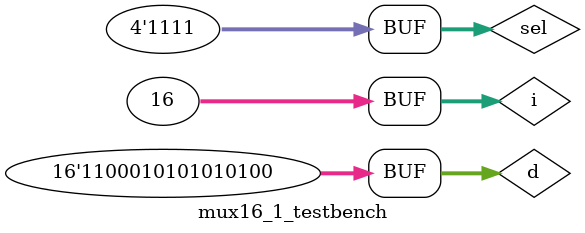
<source format=sv>


`timescale 1ps / 1ps

module mux16_1 (out, d, sel);
  output  logic         out;
  input   logic [15:0]  d;
  input   logic [3:0]   sel;

  logic [3:0] tmp;

  genvar i;
  generate
    for (i = 0; i < 4; i++) begin : eachMux4_1
      mux4_1 muxes (.out(tmp[i]), .d(d[i*4+3:i*4]), .sel(sel[1:0]));
    end
  endgenerate

  mux4_1 mux (.out, .d(tmp), .sel(sel[3:2]));
endmodule

module mux16_1_testbench ();
  logic         out;
  logic [15:0]  d;
  logic [3:0]   sel;

  mux16_1 dut (.out, .d, .sel);

  integer i;
  initial begin
    d = 16'b0000111100100110;
    for (i = 0; i < 16; i++) begin
      sel = i; #10;
    end
    d = 16'b1100010101010100;
    for (i = 0; i < 16; i++) begin
      sel = i; #10;
    end
  end
endmodule

</source>
